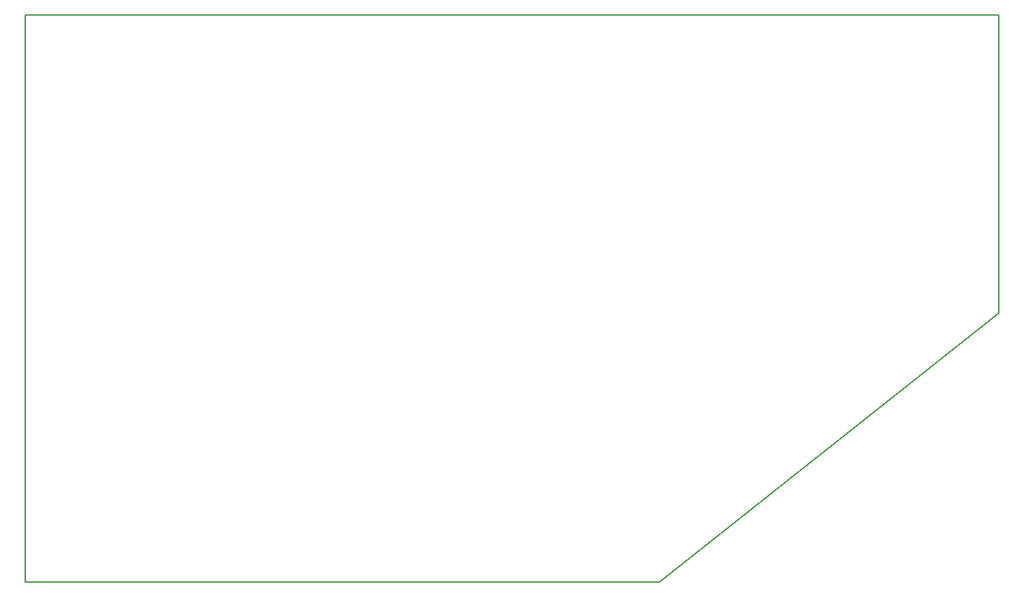
<source format=gbr>
%TF.GenerationSoftware,KiCad,Pcbnew,9.0.0*%
%TF.CreationDate,2025-04-14T20:17:52-07:00*%
%TF.ProjectId,AudioVision_v1,41756469-6f56-4697-9369-6f6e5f76312e,rev?*%
%TF.SameCoordinates,Original*%
%TF.FileFunction,Profile,NP*%
%FSLAX46Y46*%
G04 Gerber Fmt 4.6, Leading zero omitted, Abs format (unit mm)*
G04 Created by KiCad (PCBNEW 9.0.0) date 2025-04-14 20:17:52*
%MOMM*%
%LPD*%
G01*
G04 APERTURE LIST*
%TA.AperFunction,Profile*%
%ADD10C,0.200000*%
%TD*%
G04 APERTURE END LIST*
D10*
X210425000Y-64000000D02*
X89425000Y-64000000D01*
X89425000Y-134500000D02*
X168275000Y-134500000D01*
X168275000Y-134500000D02*
X210425000Y-101075000D01*
X210425000Y-101075000D02*
X210425000Y-64000000D01*
X89425000Y-64000000D02*
X89425000Y-134500000D01*
M02*

</source>
